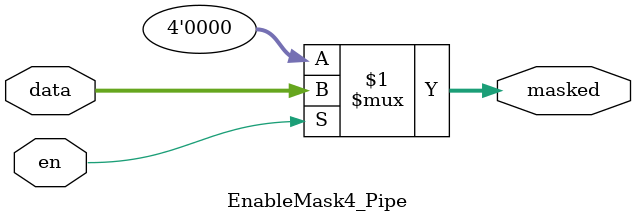
<source format=sv>

module EnabledOR_Pipelined(
    input         clk,
    input         rst_n,
    input         en,
    input  [3:0]  src1,
    input  [3:0]  src2,
    output [3:0]  res
);

    // Stage 1: Compute bitwise OR
    wire [3:0] or_stage1;
    reg  [3:0] or_stage1_reg;

    BitwiseOR4_Pipe u_bitwise_or4_pipe (
        .a    (src1),
        .b    (src2),
        .or_y (or_stage1)
    );

    always @(posedge clk or negedge rst_n) begin
        if (!rst_n)
            or_stage1_reg <= 4'b0;
        else
            or_stage1_reg <= or_stage1;
    end

    // Stage 2: Latch enable and mask result
    reg        en_stage2;
    reg [3:0]  or_stage2_reg;

    always @(posedge clk or negedge rst_n) begin
        if (!rst_n) begin
            en_stage2    <= 1'b0;
            or_stage2_reg <= 4'b0;
        end else begin
            en_stage2    <= en;
            or_stage2_reg <= or_stage1_reg;
        end
    end

    EnableMask4_Pipe u_enable_mask4_pipe (
        .en     (en_stage2),
        .data   (or_stage2_reg),
        .masked (res)
    );

endmodule

// -----------------------------------------------------------------------------
// Submodule: BitwiseOR4_Pipe
// Function: Performs bitwise OR on two 4-bit inputs (pure combinational)
// -----------------------------------------------------------------------------
module BitwiseOR4_Pipe(
    input  [3:0] a,
    input  [3:0] b,
    output [3:0] or_y
);
    assign or_y = a | b;
endmodule

// -----------------------------------------------------------------------------
// Submodule: EnableMask4_Pipe
// Function: Outputs input data if 'en' is high, otherwise outputs zero (pure combinational)
// -----------------------------------------------------------------------------
module EnableMask4_Pipe(
    input        en,
    input  [3:0] data,
    output [3:0] masked
);
    assign masked = en ? data : 4'b0000;
endmodule
</source>
